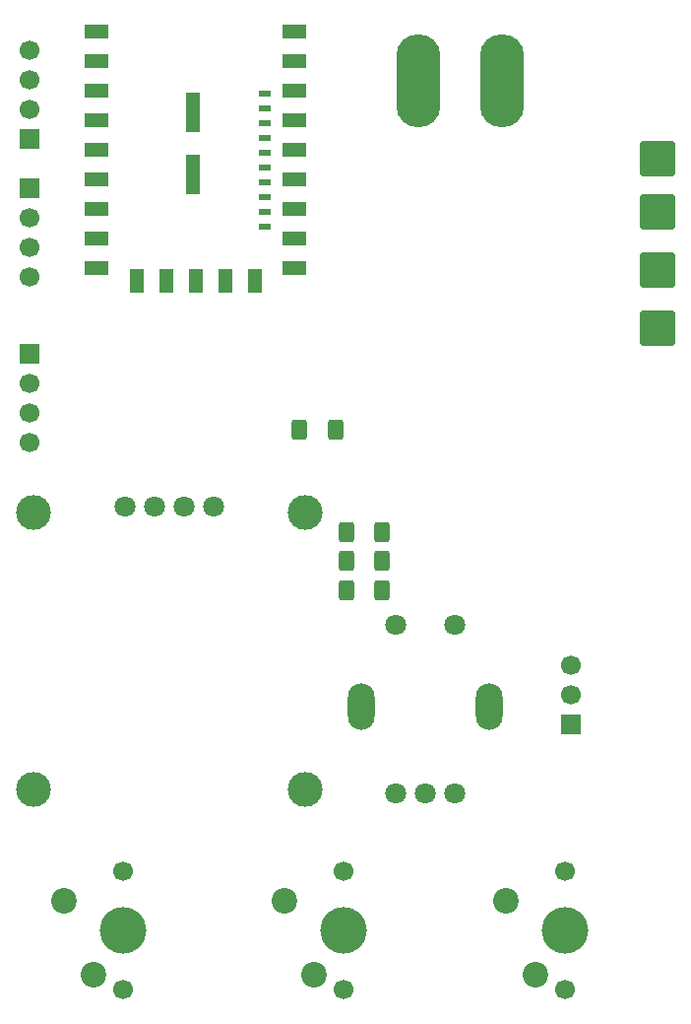
<source format=gbr>
%TF.GenerationSoftware,KiCad,Pcbnew,9.0.6*%
%TF.CreationDate,2026-01-15T21:11:11+00:00*%
%TF.ProjectId,Cinder,43696e64-6572-42e6-9b69-6361645f7063,rev?*%
%TF.SameCoordinates,Original*%
%TF.FileFunction,Soldermask,Bot*%
%TF.FilePolarity,Negative*%
%FSLAX46Y46*%
G04 Gerber Fmt 4.6, Leading zero omitted, Abs format (unit mm)*
G04 Created by KiCad (PCBNEW 9.0.6) date 2026-01-15 21:11:11*
%MOMM*%
%LPD*%
G01*
G04 APERTURE LIST*
G04 Aperture macros list*
%AMRoundRect*
0 Rectangle with rounded corners*
0 $1 Rounding radius*
0 $2 $3 $4 $5 $6 $7 $8 $9 X,Y pos of 4 corners*
0 Add a 4 corners polygon primitive as box body*
4,1,4,$2,$3,$4,$5,$6,$7,$8,$9,$2,$3,0*
0 Add four circle primitives for the rounded corners*
1,1,$1+$1,$2,$3*
1,1,$1+$1,$4,$5*
1,1,$1+$1,$6,$7*
1,1,$1+$1,$8,$9*
0 Add four rect primitives between the rounded corners*
20,1,$1+$1,$2,$3,$4,$5,0*
20,1,$1+$1,$4,$5,$6,$7,0*
20,1,$1+$1,$6,$7,$8,$9,0*
20,1,$1+$1,$8,$9,$2,$3,0*%
G04 Aperture macros list end*
%ADD10R,1.200000X3.500000*%
%ADD11R,1.700000X1.700000*%
%ADD12C,1.700000*%
%ADD13R,2.000000X1.200000*%
%ADD14R,1.200000X2.000000*%
%ADD15R,1.010000X0.610000*%
%ADD16RoundRect,0.250000X-0.400000X-0.625000X0.400000X-0.625000X0.400000X0.625000X-0.400000X0.625000X0*%
%ADD17RoundRect,0.150000X-1.350000X-1.350000X1.350000X-1.350000X1.350000X1.350000X-1.350000X1.350000X0*%
%ADD18O,3.800000X8.000000*%
%ADD19O,2.300000X4.000000*%
%ADD20C,1.800000*%
%ADD21C,4.000000*%
%ADD22C,2.200000*%
%ADD23C,3.000000*%
G04 APERTURE END LIST*
D10*
%TO.C,U6*%
X142000000Y-58672500D03*
X142000000Y-64012500D03*
%TD*%
D11*
%TO.C,J6*%
X128000000Y-65190000D03*
D12*
X128000000Y-67730000D03*
X128000000Y-70270000D03*
X128000000Y-72810000D03*
%TD*%
D13*
%TO.C,U1*%
X133750000Y-51750000D03*
X133750000Y-54290000D03*
X133750000Y-56830000D03*
X133750000Y-59370000D03*
X133750000Y-61910000D03*
X133750000Y-64450000D03*
X133750000Y-66990000D03*
X133750000Y-69530000D03*
X133750000Y-72070000D03*
D14*
X137170000Y-73150000D03*
X139710000Y-73150000D03*
X142250000Y-73150000D03*
X144790000Y-73150000D03*
X147330000Y-73150000D03*
D13*
X150750000Y-72070000D03*
X150750000Y-69530000D03*
X150750000Y-66990000D03*
X150750000Y-64450000D03*
X150750000Y-61910000D03*
X150750000Y-59370000D03*
X150750000Y-56830000D03*
X150750000Y-54290000D03*
X150750000Y-51750000D03*
D15*
X148240000Y-68560000D03*
X148240000Y-67290000D03*
X148240000Y-66020000D03*
X148240000Y-64750000D03*
X148240000Y-63480000D03*
X148240000Y-62220000D03*
X148240000Y-60950000D03*
X148240000Y-59680000D03*
X148240000Y-58410000D03*
X148240000Y-57140000D03*
%TD*%
D16*
%TO.C,R5*%
X158300000Y-97250000D03*
X155200000Y-97250000D03*
%TD*%
%TO.C,R7*%
X158300000Y-94750000D03*
X155200000Y-94750000D03*
%TD*%
%TO.C,R8*%
X154300000Y-86000000D03*
X151200000Y-86000000D03*
%TD*%
%TO.C,R6*%
X158300000Y-99750000D03*
X155200000Y-99750000D03*
%TD*%
D17*
%TO.C,J3*%
X182000000Y-72270000D03*
%TD*%
%TO.C,J4*%
X182000000Y-77270000D03*
%TD*%
%TO.C,J1*%
X182000000Y-62680000D03*
%TD*%
%TO.C,J2*%
X182000000Y-67270000D03*
%TD*%
D18*
%TO.C,U3*%
X168600000Y-56000000D03*
X161400000Y-56000000D03*
%TD*%
D11*
%TO.C,U4*%
X174500000Y-111250000D03*
D12*
X174500000Y-108710000D03*
X174500000Y-106170000D03*
%TD*%
D19*
%TO.C,SW9*%
X167500000Y-109750000D03*
X156500000Y-109750000D03*
D20*
X159460000Y-117250000D03*
X164540000Y-117250000D03*
X162000000Y-117250000D03*
X159460000Y-102750000D03*
X164540000Y-102750000D03*
%TD*%
D12*
%TO.C,SW3*%
X174000000Y-134080000D03*
D21*
X174000000Y-129000000D03*
D12*
X174000000Y-123920000D03*
D22*
X168920000Y-126460000D03*
X171460000Y-132810000D03*
%TD*%
D23*
%TO.C,U2*%
X128350000Y-93100000D03*
X128350000Y-116900000D03*
X151650000Y-93100000D03*
X151650000Y-116900000D03*
D20*
X136190000Y-92540000D03*
X138730000Y-92540000D03*
X141270000Y-92540000D03*
X143810000Y-92540000D03*
%TD*%
D12*
%TO.C,SW1*%
X136000000Y-134080000D03*
D21*
X136000000Y-129000000D03*
D12*
X136000000Y-123920000D03*
D22*
X130920000Y-126460000D03*
X133460000Y-132810000D03*
%TD*%
D12*
%TO.C,SW2*%
X155000000Y-134080000D03*
D21*
X155000000Y-129000000D03*
D12*
X155000000Y-123920000D03*
D22*
X149920000Y-126460000D03*
X152460000Y-132810000D03*
%TD*%
D11*
%TO.C,J5*%
X128000000Y-79460000D03*
D12*
X128000000Y-82000000D03*
X128000000Y-84540000D03*
X128000000Y-87080000D03*
%TD*%
D11*
%TO.C,J7*%
X128000000Y-61000000D03*
D12*
X128000000Y-58460000D03*
X128000000Y-55920000D03*
X128000000Y-53380000D03*
%TD*%
M02*

</source>
